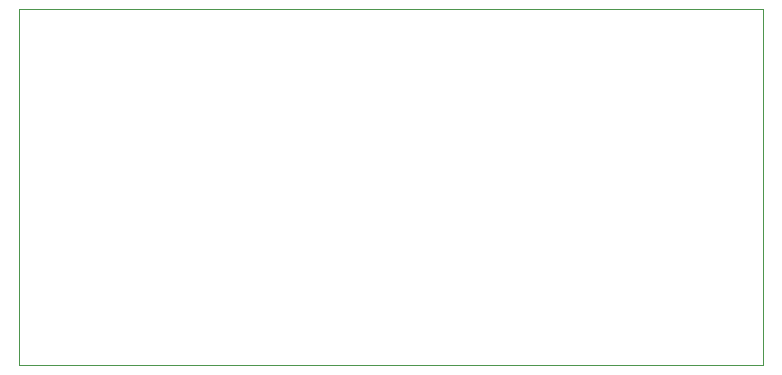
<source format=gbr>
%TF.GenerationSoftware,KiCad,Pcbnew,(7.0.0)*%
%TF.CreationDate,2024-12-23T20:55:22+00:00*%
%TF.ProjectId,5v Voltage Regulator,35762056-6f6c-4746-9167-652052656775,rev?*%
%TF.SameCoordinates,Original*%
%TF.FileFunction,Profile,NP*%
%FSLAX46Y46*%
G04 Gerber Fmt 4.6, Leading zero omitted, Abs format (unit mm)*
G04 Created by KiCad (PCBNEW (7.0.0)) date 2024-12-23 20:55:22*
%MOMM*%
%LPD*%
G01*
G04 APERTURE LIST*
%TA.AperFunction,Profile*%
%ADD10C,0.100000*%
%TD*%
G04 APERTURE END LIST*
D10*
X168900000Y-91000000D02*
X231850000Y-91000000D01*
X231850000Y-91000000D02*
X231850000Y-121150000D01*
X231850000Y-121150000D02*
X168900000Y-121150000D01*
X168900000Y-121150000D02*
X168900000Y-91000000D01*
M02*

</source>
